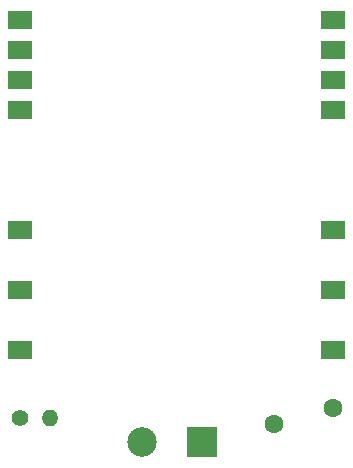
<source format=gbr>
%TF.GenerationSoftware,KiCad,Pcbnew,(5.1.9)-1*%
%TF.CreationDate,2021-05-14T01:46:21+02:00*%
%TF.ProjectId,Netzteil,4e65747a-7465-4696-9c2e-6b696361645f,rev?*%
%TF.SameCoordinates,Original*%
%TF.FileFunction,Soldermask,Bot*%
%TF.FilePolarity,Negative*%
%FSLAX46Y46*%
G04 Gerber Fmt 4.6, Leading zero omitted, Abs format (unit mm)*
G04 Created by KiCad (PCBNEW (5.1.9)-1) date 2021-05-14 01:46:21*
%MOMM*%
%LPD*%
G01*
G04 APERTURE LIST*
%ADD10C,2.500000*%
%ADD11R,2.500000X2.500000*%
%ADD12C,1.600000*%
%ADD13O,1.400000X1.400000*%
%ADD14C,1.400000*%
%ADD15R,2.030000X1.500000*%
G04 APERTURE END LIST*
D10*
%TO.C,J1*%
X117070000Y-109250000D03*
D11*
X122150000Y-109250000D03*
%TD*%
D12*
%TO.C,RV1*%
X133250000Y-106400000D03*
X128250000Y-107700000D03*
%TD*%
D13*
%TO.C,R1*%
X109290000Y-107200000D03*
D14*
X106750000Y-107200000D03*
%TD*%
D15*
%TO.C,PS1*%
X106765000Y-73480000D03*
X106765000Y-76020000D03*
X106765000Y-78560000D03*
X106765000Y-81100000D03*
X106765000Y-91260000D03*
X106765000Y-96340000D03*
X106765000Y-101420000D03*
X133235000Y-73480000D03*
X133235000Y-76020000D03*
X133235000Y-78560000D03*
X133235000Y-81100000D03*
X133235000Y-91260000D03*
X133235000Y-96340000D03*
X133235000Y-101420000D03*
%TD*%
M02*

</source>
